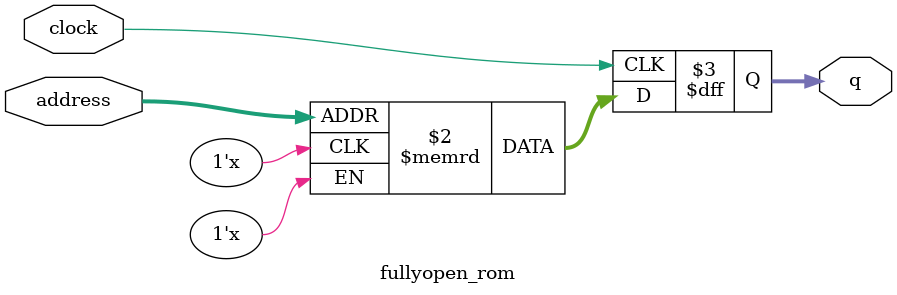
<source format=sv>
module fullyopen_rom (
	input logic clock,
	input logic [8:0] address,
	output logic [4:0] q
);

logic [4:0] memory [0:399] /* synthesis ram_init_file = "./fullyopen/fullyopen.mif" */;

always_ff @ (posedge clock) begin
	q <= memory[address];
end

endmodule

</source>
